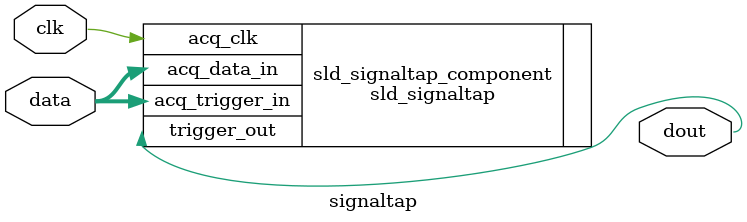
<source format=v>

module signaltap (
	clk,
	data,
        dout);

        parameter DATA_W = 256;
	parameter DATA_W_CNT = 9; // log2(DATA_W) + 1 {129~256 -> 9}
	parameter DEPTH_W = 10;
	localparam DEPTH = (1 << DEPTH_W);
	input	clk;
	input	[DATA_W-1:0]  data;
	output  dout;

	sld_signaltap	sld_signaltap_component (
				.acq_clk (clk),
				.acq_data_in (data),
				.acq_trigger_in (data),
			        .trigger_out (dout));
	defparam
		sld_signaltap_component.SLD_ADVANCED_TRIGGER_ENTITY = "basic,1,",
		sld_signaltap_component.SLD_DATA_BITS = DATA_W,
		sld_signaltap_component.SLD_DATA_BIT_CNTR_BITS = DATA_W_CNT,
		sld_signaltap_component.SLD_ENABLE_ADVANCED_TRIGGER = 0,
		sld_signaltap_component.SLD_MEM_ADDRESS_BITS = DEPTH_W,
		sld_signaltap_component.SLD_NODE_INFO = 1076736,		
		sld_signaltap_component.SLD_RAM_BLOCK_TYPE = "Auto",
		sld_signaltap_component.SLD_SAMPLE_DEPTH = DEPTH,
		sld_signaltap_component.SLD_STORAGE_QUALIFIER_GAP_RECORD = 0,
		sld_signaltap_component.SLD_STORAGE_QUALIFIER_MODE = "OFF",
		sld_signaltap_component.SLD_TRIGGER_BITS = DATA_W,
		sld_signaltap_component.SLD_TRIGGER_IN_ENABLED = 0,
		sld_signaltap_component.SLD_TRIGGER_LEVEL = 1,
		sld_signaltap_component.SLD_TRIGGER_LEVEL_PIPELINE = 1;


endmodule


</source>
